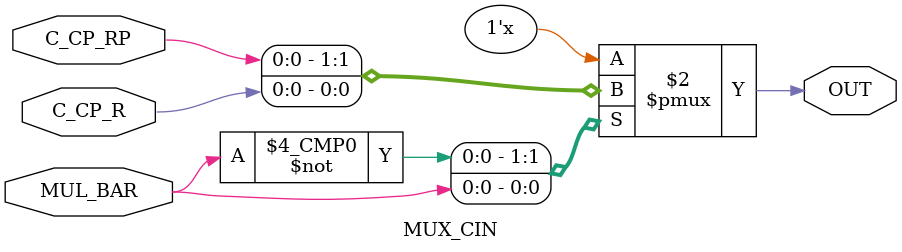
<source format=v>
module MUX_CIN(
    input  wire C_CP_R,
    input  wire C_CP_RP,
    input  wire MUL_BAR,
    output reg  OUT
);

localparam MUL = 0,
           DIV = 1;

always @(*) begin
    case(MUL_BAR)
        MUL: OUT = C_CP_RP;
        DIV: OUT = C_CP_R ; 
    endcase
end

endmodule


</source>
